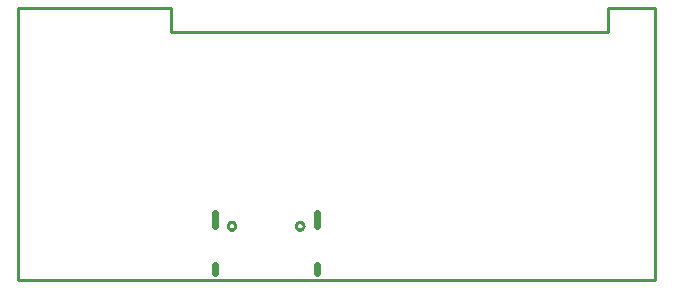
<source format=gko>
G04 EAGLE Gerber RS-274X export*
G75*
%MOMM*%
%FSLAX34Y34*%
%LPD*%
%IN*%
%IPPOS*%
%AMOC8*
5,1,8,0,0,1.08239X$1,22.5*%
G01*
%ADD10C,0.050000*%
%ADD11C,0.000000*%
%ADD12C,0.600000*%
%ADD13C,0.254000*%


D10*
X540000Y230000D02*
X540000Y0D01*
X0Y0D01*
X0Y230000D01*
X500000Y230000D02*
X540000Y230000D01*
X500000Y230000D02*
X500000Y210000D01*
X130000Y210000D01*
X130000Y230000D01*
X0Y230000D01*
D11*
X177850Y45550D02*
X177852Y45663D01*
X177858Y45777D01*
X177868Y45890D01*
X177882Y46002D01*
X177899Y46114D01*
X177921Y46226D01*
X177947Y46336D01*
X177976Y46446D01*
X178009Y46554D01*
X178046Y46662D01*
X178087Y46767D01*
X178131Y46872D01*
X178179Y46975D01*
X178230Y47076D01*
X178285Y47175D01*
X178344Y47272D01*
X178406Y47367D01*
X178471Y47460D01*
X178539Y47551D01*
X178610Y47639D01*
X178685Y47725D01*
X178762Y47808D01*
X178842Y47888D01*
X178925Y47965D01*
X179011Y48040D01*
X179099Y48111D01*
X179190Y48179D01*
X179283Y48244D01*
X179378Y48306D01*
X179475Y48365D01*
X179574Y48420D01*
X179675Y48471D01*
X179778Y48519D01*
X179883Y48563D01*
X179988Y48604D01*
X180096Y48641D01*
X180204Y48674D01*
X180314Y48703D01*
X180424Y48729D01*
X180536Y48751D01*
X180648Y48768D01*
X180760Y48782D01*
X180873Y48792D01*
X180987Y48798D01*
X181100Y48800D01*
X181213Y48798D01*
X181327Y48792D01*
X181440Y48782D01*
X181552Y48768D01*
X181664Y48751D01*
X181776Y48729D01*
X181886Y48703D01*
X181996Y48674D01*
X182104Y48641D01*
X182212Y48604D01*
X182317Y48563D01*
X182422Y48519D01*
X182525Y48471D01*
X182626Y48420D01*
X182725Y48365D01*
X182822Y48306D01*
X182917Y48244D01*
X183010Y48179D01*
X183101Y48111D01*
X183189Y48040D01*
X183275Y47965D01*
X183358Y47888D01*
X183438Y47808D01*
X183515Y47725D01*
X183590Y47639D01*
X183661Y47551D01*
X183729Y47460D01*
X183794Y47367D01*
X183856Y47272D01*
X183915Y47175D01*
X183970Y47076D01*
X184021Y46975D01*
X184069Y46872D01*
X184113Y46767D01*
X184154Y46662D01*
X184191Y46554D01*
X184224Y46446D01*
X184253Y46336D01*
X184279Y46226D01*
X184301Y46114D01*
X184318Y46002D01*
X184332Y45890D01*
X184342Y45777D01*
X184348Y45663D01*
X184350Y45550D01*
X184348Y45437D01*
X184342Y45323D01*
X184332Y45210D01*
X184318Y45098D01*
X184301Y44986D01*
X184279Y44874D01*
X184253Y44764D01*
X184224Y44654D01*
X184191Y44546D01*
X184154Y44438D01*
X184113Y44333D01*
X184069Y44228D01*
X184021Y44125D01*
X183970Y44024D01*
X183915Y43925D01*
X183856Y43828D01*
X183794Y43733D01*
X183729Y43640D01*
X183661Y43549D01*
X183590Y43461D01*
X183515Y43375D01*
X183438Y43292D01*
X183358Y43212D01*
X183275Y43135D01*
X183189Y43060D01*
X183101Y42989D01*
X183010Y42921D01*
X182917Y42856D01*
X182822Y42794D01*
X182725Y42735D01*
X182626Y42680D01*
X182525Y42629D01*
X182422Y42581D01*
X182317Y42537D01*
X182212Y42496D01*
X182104Y42459D01*
X181996Y42426D01*
X181886Y42397D01*
X181776Y42371D01*
X181664Y42349D01*
X181552Y42332D01*
X181440Y42318D01*
X181327Y42308D01*
X181213Y42302D01*
X181100Y42300D01*
X180987Y42302D01*
X180873Y42308D01*
X180760Y42318D01*
X180648Y42332D01*
X180536Y42349D01*
X180424Y42371D01*
X180314Y42397D01*
X180204Y42426D01*
X180096Y42459D01*
X179988Y42496D01*
X179883Y42537D01*
X179778Y42581D01*
X179675Y42629D01*
X179574Y42680D01*
X179475Y42735D01*
X179378Y42794D01*
X179283Y42856D01*
X179190Y42921D01*
X179099Y42989D01*
X179011Y43060D01*
X178925Y43135D01*
X178842Y43212D01*
X178762Y43292D01*
X178685Y43375D01*
X178610Y43461D01*
X178539Y43549D01*
X178471Y43640D01*
X178406Y43733D01*
X178344Y43828D01*
X178285Y43925D01*
X178230Y44024D01*
X178179Y44125D01*
X178131Y44228D01*
X178087Y44333D01*
X178046Y44438D01*
X178009Y44546D01*
X177976Y44654D01*
X177947Y44764D01*
X177921Y44874D01*
X177899Y44986D01*
X177882Y45098D01*
X177868Y45210D01*
X177858Y45323D01*
X177852Y45437D01*
X177850Y45550D01*
X235650Y45550D02*
X235652Y45663D01*
X235658Y45777D01*
X235668Y45890D01*
X235682Y46002D01*
X235699Y46114D01*
X235721Y46226D01*
X235747Y46336D01*
X235776Y46446D01*
X235809Y46554D01*
X235846Y46662D01*
X235887Y46767D01*
X235931Y46872D01*
X235979Y46975D01*
X236030Y47076D01*
X236085Y47175D01*
X236144Y47272D01*
X236206Y47367D01*
X236271Y47460D01*
X236339Y47551D01*
X236410Y47639D01*
X236485Y47725D01*
X236562Y47808D01*
X236642Y47888D01*
X236725Y47965D01*
X236811Y48040D01*
X236899Y48111D01*
X236990Y48179D01*
X237083Y48244D01*
X237178Y48306D01*
X237275Y48365D01*
X237374Y48420D01*
X237475Y48471D01*
X237578Y48519D01*
X237683Y48563D01*
X237788Y48604D01*
X237896Y48641D01*
X238004Y48674D01*
X238114Y48703D01*
X238224Y48729D01*
X238336Y48751D01*
X238448Y48768D01*
X238560Y48782D01*
X238673Y48792D01*
X238787Y48798D01*
X238900Y48800D01*
X239013Y48798D01*
X239127Y48792D01*
X239240Y48782D01*
X239352Y48768D01*
X239464Y48751D01*
X239576Y48729D01*
X239686Y48703D01*
X239796Y48674D01*
X239904Y48641D01*
X240012Y48604D01*
X240117Y48563D01*
X240222Y48519D01*
X240325Y48471D01*
X240426Y48420D01*
X240525Y48365D01*
X240622Y48306D01*
X240717Y48244D01*
X240810Y48179D01*
X240901Y48111D01*
X240989Y48040D01*
X241075Y47965D01*
X241158Y47888D01*
X241238Y47808D01*
X241315Y47725D01*
X241390Y47639D01*
X241461Y47551D01*
X241529Y47460D01*
X241594Y47367D01*
X241656Y47272D01*
X241715Y47175D01*
X241770Y47076D01*
X241821Y46975D01*
X241869Y46872D01*
X241913Y46767D01*
X241954Y46662D01*
X241991Y46554D01*
X242024Y46446D01*
X242053Y46336D01*
X242079Y46226D01*
X242101Y46114D01*
X242118Y46002D01*
X242132Y45890D01*
X242142Y45777D01*
X242148Y45663D01*
X242150Y45550D01*
X242148Y45437D01*
X242142Y45323D01*
X242132Y45210D01*
X242118Y45098D01*
X242101Y44986D01*
X242079Y44874D01*
X242053Y44764D01*
X242024Y44654D01*
X241991Y44546D01*
X241954Y44438D01*
X241913Y44333D01*
X241869Y44228D01*
X241821Y44125D01*
X241770Y44024D01*
X241715Y43925D01*
X241656Y43828D01*
X241594Y43733D01*
X241529Y43640D01*
X241461Y43549D01*
X241390Y43461D01*
X241315Y43375D01*
X241238Y43292D01*
X241158Y43212D01*
X241075Y43135D01*
X240989Y43060D01*
X240901Y42989D01*
X240810Y42921D01*
X240717Y42856D01*
X240622Y42794D01*
X240525Y42735D01*
X240426Y42680D01*
X240325Y42629D01*
X240222Y42581D01*
X240117Y42537D01*
X240012Y42496D01*
X239904Y42459D01*
X239796Y42426D01*
X239686Y42397D01*
X239576Y42371D01*
X239464Y42349D01*
X239352Y42332D01*
X239240Y42318D01*
X239127Y42308D01*
X239013Y42302D01*
X238900Y42300D01*
X238787Y42302D01*
X238673Y42308D01*
X238560Y42318D01*
X238448Y42332D01*
X238336Y42349D01*
X238224Y42371D01*
X238114Y42397D01*
X238004Y42426D01*
X237896Y42459D01*
X237788Y42496D01*
X237683Y42537D01*
X237578Y42581D01*
X237475Y42629D01*
X237374Y42680D01*
X237275Y42735D01*
X237178Y42794D01*
X237083Y42856D01*
X236990Y42921D01*
X236899Y42989D01*
X236811Y43060D01*
X236725Y43135D01*
X236642Y43212D01*
X236562Y43292D01*
X236485Y43375D01*
X236410Y43461D01*
X236339Y43549D01*
X236271Y43640D01*
X236206Y43733D01*
X236144Y43828D01*
X236085Y43925D01*
X236030Y44024D01*
X235979Y44125D01*
X235931Y44228D01*
X235887Y44333D01*
X235846Y44438D01*
X235809Y44546D01*
X235776Y44654D01*
X235747Y44764D01*
X235721Y44874D01*
X235699Y44986D01*
X235682Y45098D01*
X235668Y45210D01*
X235658Y45323D01*
X235652Y45437D01*
X235650Y45550D01*
D12*
X166820Y45350D02*
X166820Y56350D01*
X253180Y56350D02*
X253180Y45350D01*
X166820Y12200D02*
X166820Y6000D01*
X253180Y6000D02*
X253180Y12200D01*
D13*
X0Y0D02*
X540000Y0D01*
X540000Y230000D01*
X500000Y230000D01*
X500000Y210000D01*
X130000Y210000D01*
X130000Y230000D01*
X0Y230000D01*
X0Y0D01*
X184350Y45337D02*
X184294Y44915D01*
X184184Y44503D01*
X184021Y44109D01*
X183808Y43741D01*
X183549Y43403D01*
X183247Y43101D01*
X182909Y42842D01*
X182541Y42629D01*
X182147Y42466D01*
X181735Y42356D01*
X181313Y42300D01*
X180887Y42300D01*
X180465Y42356D01*
X180053Y42466D01*
X179659Y42629D01*
X179291Y42842D01*
X178953Y43101D01*
X178651Y43403D01*
X178392Y43741D01*
X178179Y44109D01*
X178016Y44503D01*
X177906Y44915D01*
X177850Y45337D01*
X177850Y45763D01*
X177906Y46185D01*
X178016Y46597D01*
X178179Y46991D01*
X178392Y47359D01*
X178651Y47697D01*
X178953Y47999D01*
X179291Y48258D01*
X179659Y48471D01*
X180053Y48634D01*
X180465Y48744D01*
X180887Y48800D01*
X181313Y48800D01*
X181735Y48744D01*
X182147Y48634D01*
X182541Y48471D01*
X182909Y48258D01*
X183247Y47999D01*
X183549Y47697D01*
X183808Y47359D01*
X184021Y46991D01*
X184184Y46597D01*
X184294Y46185D01*
X184350Y45763D01*
X184350Y45337D01*
X242150Y45337D02*
X242094Y44915D01*
X241984Y44503D01*
X241821Y44109D01*
X241608Y43741D01*
X241349Y43403D01*
X241047Y43101D01*
X240709Y42842D01*
X240341Y42629D01*
X239947Y42466D01*
X239535Y42356D01*
X239113Y42300D01*
X238687Y42300D01*
X238265Y42356D01*
X237853Y42466D01*
X237459Y42629D01*
X237091Y42842D01*
X236753Y43101D01*
X236451Y43403D01*
X236192Y43741D01*
X235979Y44109D01*
X235816Y44503D01*
X235706Y44915D01*
X235650Y45337D01*
X235650Y45763D01*
X235706Y46185D01*
X235816Y46597D01*
X235979Y46991D01*
X236192Y47359D01*
X236451Y47697D01*
X236753Y47999D01*
X237091Y48258D01*
X237459Y48471D01*
X237853Y48634D01*
X238265Y48744D01*
X238687Y48800D01*
X239113Y48800D01*
X239535Y48744D01*
X239947Y48634D01*
X240341Y48471D01*
X240709Y48258D01*
X241047Y47999D01*
X241349Y47697D01*
X241608Y47359D01*
X241821Y46991D01*
X241984Y46597D01*
X242094Y46185D01*
X242150Y45763D01*
X242150Y45337D01*
M02*

</source>
